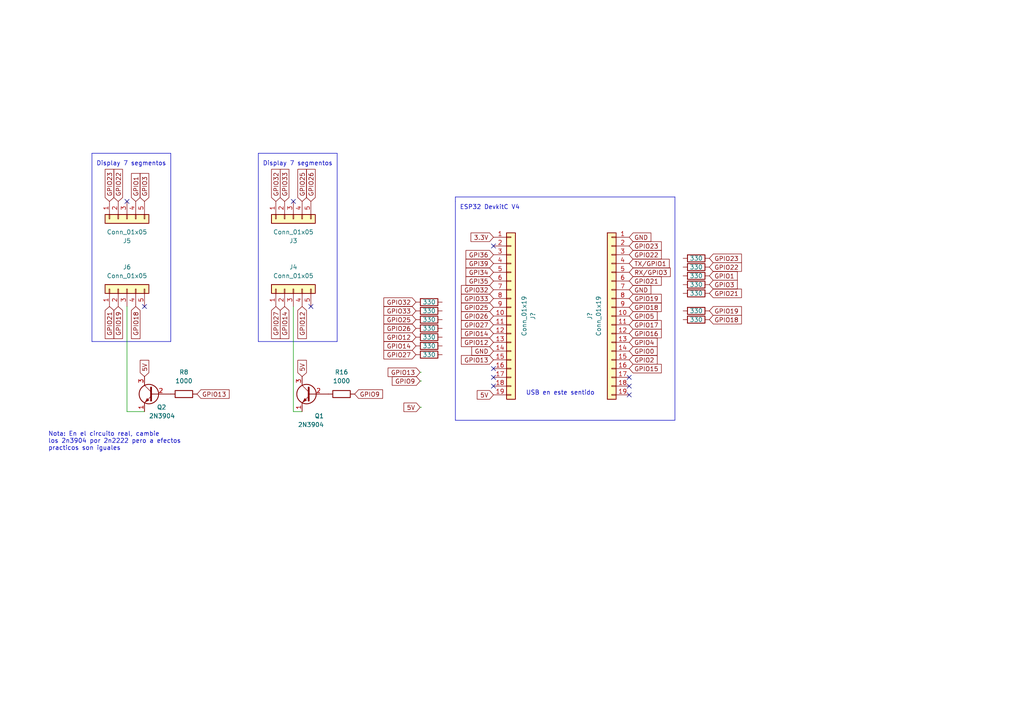
<source format=kicad_sch>
(kicad_sch (version 20230121) (generator eeschema)
  (paper "A4")
  (lib_symbols
    (symbol "Connector_Generic:Conn_01x05" (pin_names (offset 1.016) hide)
      (property "Reference" "J" (at 0 7.62 0))
      (property "Value" "Conn_01x05" (at 0 -7.62 0))
      (symbol "Conn_01x05_1_1"
        (rectangle (start -1.27 -4.953) (end 0 -5.207) (stroke (width 0.1524)))
        (rectangle (start -1.27 -2.413) (end 0 -2.667) (stroke (width 0.1524)))
        (rectangle (start -1.27 0.127) (end 0 -0.127) (stroke (width 0.1524)))
        (rectangle (start -1.27 2.667) (end 0 2.413) (stroke (width 0.1524)))
        (rectangle (start -1.27 5.207) (end 0 4.953) (stroke (width 0.1524)))
        (rectangle (start -1.27 6.35) (end 1.27 -6.35) (stroke (width 0.254)) (fill (type background)))
        (pin passive line (at -5.08 5.08 0) (length 3.81) (name "Pin_1") (number "1"))
        (pin passive line (at -5.08 2.54 0) (length 3.81) (name "Pin_2") (number "2"))
        (pin passive line (at -5.08 0 0) (length 3.81) (name "Pin_3") (number "3"))
        (pin passive line (at -5.08 -2.54 0) (length 3.81) (name "Pin_4") (number "4"))
        (pin passive line (at -5.08 -5.08 0) (length 3.81) (name "Pin_5") (number "5"))
      )
    )
    (symbol "Connector_Generic:Conn_01x19" (pin_names (offset 1.016) hide)
      (property "Reference" "J" (at 0 25.4 0))
      (property "Value" "Conn_01x19" (at 0 -25.4 0))
      (symbol "Conn_01x19_1_1"
        (rectangle (start -1.27 -22.733) (end 0 -22.987) (stroke (width 0.1524)))
        (rectangle (start -1.27 -20.193) (end 0 -20.447) (stroke (width 0.1524)))
        (rectangle (start -1.27 -17.653) (end 0 -17.907) (stroke (width 0.1524)))
        (rectangle (start -1.27 -15.113) (end 0 -15.367) (stroke (width 0.1524)))
        (rectangle (start -1.27 -12.573) (end 0 -12.827) (stroke (width 0.1524)))
        (rectangle (start -1.27 -10.033) (end 0 -10.287) (stroke (width 0.1524)))
        (rectangle (start -1.27 -7.493) (end 0 -7.747) (stroke (width 0.1524)))
        (rectangle (start -1.27 -4.953) (end 0 -5.207) (stroke (width 0.1524)))
        (rectangle (start -1.27 -2.413) (end 0 -2.667) (stroke (width 0.1524)))
        (rectangle (start -1.27 0.127) (end 0 -0.127) (stroke (width 0.1524)))
        (rectangle (start -1.27 2.667) (end 0 2.413) (stroke (width 0.1524)))
        (rectangle (start -1.27 5.207) (end 0 4.953) (stroke (width 0.1524)))
        (rectangle (start -1.27 7.747) (end 0 7.493) (stroke (width 0.1524)))
        (rectangle (start -1.27 10.287) (end 0 10.033) (stroke (width 0.1524)))
        (rectangle (start -1.27 12.827) (end 0 12.573) (stroke (width 0.1524)))
        (rectangle (start -1.27 15.367) (end 0 15.113) (stroke (width 0.1524)))
        (rectangle (start -1.27 17.907) (end 0 17.653) (stroke (width 0.1524)))
        (rectangle (start -1.27 20.447) (end 0 20.193) (stroke (width 0.1524)))
        (rectangle (start -1.27 22.987) (end 0 22.733) (stroke (width 0.1524)))
        (rectangle (start -1.27 24.13) (end 1.27 -24.13) (stroke (width 0.254)) (fill (type background)))
        (pin passive line (at -5.08 22.86 0) (length 3.81) (name "Pin_1") (number "1"))
        (pin passive line (at -5.08 0 0) (length 3.81) (name "Pin_10") (number "10"))
        (pin passive line (at -5.08 -2.54 0) (length 3.81) (name "Pin_11") (number "11"))
        (pin passive line (at -5.08 -5.08 0) (length 3.81) (name "Pin_12") (number "12"))
        (pin passive line (at -5.08 -7.62 0) (length 3.81) (name "Pin_13") (number "13"))
        (pin passive line (at -5.08 -10.16 0) (length 3.81) (name "Pin_14") (number "14"))
        (pin passive line (at -5.08 -12.7 0) (length 3.81) (name "Pin_15") (number "15"))
        (pin passive line (at -5.08 -15.24 0) (length 3.81) (name "Pin_16") (number "16"))
        (pin passive line (at -5.08 -17.78 0) (length 3.81) (name "Pin_17") (number "17"))
        (pin passive line (at -5.08 -20.32 0) (length 3.81) (name "Pin_18") (number "18"))
        (pin passive line (at -5.08 -22.86 0) (length 3.81) (name "Pin_19") (number "19"))
        (pin passive line (at -5.08 20.32 0) (length 3.81) (name "Pin_2") (number "2"))
        (pin passive line (at -5.08 17.78 0) (length 3.81) (name "Pin_3") (number "3"))
        (pin passive line (at -5.08 15.24 0) (length 3.81) (name "Pin_4") (number "4"))
        (pin passive line (at -5.08 12.7 0) (length 3.81) (name "Pin_5") (number "5"))
        (pin passive line (at -5.08 10.16 0) (length 3.81) (name "Pin_6") (number "6"))
        (pin passive line (at -5.08 7.62 0) (length 3.81) (name "Pin_7") (number "7"))
        (pin passive line (at -5.08 5.08 0) (length 3.81) (name "Pin_8") (number "8"))
        (pin passive line (at -5.08 2.54 0) (length 3.81) (name "Pin_9") (number "9"))
      )
    )
    (symbol "Device:R" (pin_numbers hide) (pin_names (offset 0))
      (property "Reference" "R" (at 2.032 0 90))
      (property "Value" "R" (at 0 0 90))
      (symbol "R_0_1"
        (rectangle (start -1.016 -2.54) (end 1.016 2.54) (stroke (width 0.254)))
      )
      (symbol "R_1_1"
        (pin passive line (at 0 3.81 270) (length 1.27) (name "~") (number "1"))
        (pin passive line (at 0 -3.81 90) (length 1.27) (name "~") (number "2"))
      )
    )
    (symbol "Transistor_BJT:2N3904" (pin_names (offset 0) hide)
      (property "Reference" "Q" (at 5.08 1.905 0))
      (property "Value" "2N3904" (at 5.08 0 0))
      (symbol "2N3904_0_1"
        (polyline (pts (xy 0.635 0.635) (xy 2.54 2.54)))
        (polyline (pts (xy 0.635 -0.635) (xy 2.54 -2.54) (xy 2.54 -2.54)))
        (polyline (pts (xy 0.635 1.905) (xy 0.635 -1.905) (xy 0.635 -1.905)) (stroke (width 0.508)))
        (polyline (pts (xy 1.27 -1.778) (xy 1.778 -1.27) (xy 2.286 -2.286) (xy 1.27 -1.778) (xy 1.27 -1.778)) (fill (type outline)))
        (circle (center 1.27 0) (radius 2.8194) (stroke (width 0.254)))
      )
      (symbol "2N3904_1_1"
        (pin passive line (at 2.54 -5.08 90) (length 2.54) (name "E") (number "1"))
        (pin passive line (at -5.08 0 0) (length 5.715) (name "B") (number "2"))
        (pin passive line (at 2.54 5.08 270) (length 2.54) (name "C") (number "3"))
      )
    )
  )
  (no_connect (at 143.129 106.9086))
  (no_connect (at 143.129 111.9886))
  (no_connect (at 143.129 109.4486))
  (no_connect (at 90.17 88.9))
  (no_connect (at 85.09 58.42))
  (no_connect (at 182.499 111.9886))
  (no_connect (at 182.499 109.4486))
  (no_connect (at 182.499 114.5286))
  (no_connect (at 36.83 58.42))
  (no_connect (at 41.91 88.9))
  (no_connect (at 143.129 71.3486))
  (wire (pts (xy 122.2248 118.1354) (xy 122.2248 118.11)))
  (wire (pts (xy 121.8692 110.5154) (xy 122.1994 110.5154)))
  (wire (pts (xy 121.8692 118.1354) (xy 122.2248 118.1354)))
  (polyline (pts (xy 26.67 44.45) (xy 49.53 44.45)))
  (polyline (pts (xy 26.67 99.06) (xy 49.53 99.06)))
  (wire (pts (xy 36.83 88.9) (xy 36.83 119.38)))
  (wire (pts (xy 122.1994 110.5154) (xy 122.1994 110.49)))
  (polyline (pts (xy 195.7578 121.8946) (xy 195.7578 57.1246)))
  (polyline (pts (xy 74.93 44.45) (xy 97.79 44.45)))
  (wire (pts (xy 87.63 119.38) (xy 85.09 119.38)))
  (polyline (pts (xy 74.93 44.45) (xy 74.93 99.06)))
  (polyline (pts (xy 97.79 99.06) (xy 97.79 44.45)))
  (polyline (pts (xy 74.93 99.06) (xy 97.79 99.06)))
  (polyline (pts (xy 132.08 58.42) (xy 132.08 121.92)))
  (polyline (pts (xy 195.7578 57.1246) (xy 132.08 57.1246)))
  (polyline (pts (xy 132.08 121.8946) (xy 195.7578 121.8946)))
  (polyline (pts (xy 49.53 99.06) (xy 49.53 44.45)))
  (wire (pts (xy 122.174 107.9754) (xy 122.174 107.95)))
  (polyline (pts (xy 132.08 57.15) (xy 132.08 58.42)))
  (wire (pts (xy 121.8692 107.9754) (xy 122.174 107.9754)))
  (wire (pts (xy 85.09 88.9) (xy 85.09 119.38)))
  (wire (pts (xy 36.83 119.38) (xy 41.91 119.38)))
  (polyline (pts (xy 26.67 44.45) (xy 26.67 99.06)))
  (text "ESP32 DevkitC V4" (at 133.35 60.96 0) (effects (font (size 1.27 1.27)) (justify left bottom)))
  (text "Display 7 segmentos" (at 76.2 48.26 0) (effects (font (size 1.27 1.27)) (justify left bottom)))
  (text "Nota: En el circuito real, cambie\nlos 2n3904 por 2n2222 pero a efectos\npracticos son iguales" (at 13.97 130.81 0) (effects (font (size 1.27 1.27)) (justify left bottom)))
  (text "USB en este sentido" (at 152.527 114.7826 0) (effects (font (size 1.27 1.27)) (justify left bottom)))
  (text "Display 7 segmentos" (at 27.94 48.26 0) (effects (font (size 1.27 1.27)) (justify left bottom)))
  (global_label "GPIO13" (shape input) (at 143.129 104.3686 180) (property "Intersheetrefs" "${INTERSHEET_REFS}" (effects hide)))
  (global_label "GPIO23" (shape input) (at 31.75 58.42 90) (property "Intersheetrefs" "${INTERSHEET_REFS}" (effects hide)))
  (global_label "GPIO16" (shape input) (at 182.499 96.7486 0) (property "Intersheetrefs" "${INTERSHEET_REFS}" (effects hide)))
  (global_label "GPIO25" (shape input) (at 87.63 58.42 90) (property "Intersheetrefs" "${INTERSHEET_REFS}" (effects hide)))
  (global_label "GPIO26" (shape input) (at 120.65 95.25 180) (property "Intersheetrefs" "${INTERSHEET_REFS}" (effects hide)))
  (global_label "GPIO25" (shape input) (at 143.129 89.1286 180) (property "Intersheetrefs" "${INTERSHEET_REFS}" (effects hide)))
  (global_label "GND" (shape input) (at 143.129 101.8286 180) (property "Intersheetrefs" "${INTERSHEET_REFS}" (effects hide)))
  (global_label "GPIO33" (shape input) (at 120.65 90.17 180) (property "Intersheetrefs" "${INTERSHEET_REFS}" (effects hide)))
  (global_label "GPIO32" (shape input) (at 80.01 58.42 90) (property "Intersheetrefs" "${INTERSHEET_REFS}" (effects hide)))
  (global_label "GPIO0" (shape input) (at 182.499 101.8286 0) (property "Intersheetrefs" "${INTERSHEET_REFS}" (effects hide)))
  (global_label "GPIO12" (shape input) (at 143.129 99.2886 180) (property "Intersheetrefs" "${INTERSHEET_REFS}" (effects hide)))
  (global_label "GPIO15" (shape input) (at 182.499 106.9086 0) (property "Intersheetrefs" "${INTERSHEET_REFS}" (effects hide)))
  (global_label "GPIO14" (shape input) (at 82.55 88.9 270) (property "Intersheetrefs" "${INTERSHEET_REFS}" (effects hide)))
  (global_label "GPIO32" (shape input) (at 120.65 87.63 180) (property "Intersheetrefs" "${INTERSHEET_REFS}" (effects hide)))
  (global_label "GPIO21" (shape input) (at 31.75 88.9 270) (property "Intersheetrefs" "${INTERSHEET_REFS}" (effects hide)))
  (global_label "GPIO9" (shape input) (at 102.87 114.3 0) (property "Intersheetrefs" "${INTERSHEET_REFS}" (effects hide)))
  (global_label "GPI39" (shape input) (at 143.129 76.4286 180) (property "Intersheetrefs" "${INTERSHEET_REFS}" (effects hide)))
  (global_label "3.3V" (shape input) (at 143.129 68.8086 180) (property "Intersheetrefs" "${INTERSHEET_REFS}" (effects hide)))
  (global_label "GPIO23" (shape input) (at 182.499 71.3486 0) (property "Intersheetrefs" "${INTERSHEET_REFS}" (effects hide)))
  (global_label "GPI36" (shape input) (at 143.129 73.8886 180) (property "Intersheetrefs" "${INTERSHEET_REFS}" (effects hide)))
  (global_label "GPIO18" (shape input) (at 205.74 92.71 0) (property "Intersheetrefs" "${INTERSHEET_REFS}" (effects hide)))
  (global_label "GPIO19" (shape input) (at 34.29 88.9 270) (property "Intersheetrefs" "${INTERSHEET_REFS}" (effects hide)))
  (global_label "GPIO27" (shape input) (at 143.129 94.2086 180) (property "Intersheetrefs" "${INTERSHEET_REFS}" (effects hide)))
  (global_label "GPIO25" (shape input) (at 120.65 92.71 180) (property "Intersheetrefs" "${INTERSHEET_REFS}" (effects hide)))
  (global_label "5V" (shape input) (at 41.91 109.22 90) (property "Intersheetrefs" "${INTERSHEET_REFS}" (effects hide)))
  (global_label "GPIO22" (shape input) (at 205.74 77.47 0) (property "Intersheetrefs" "${INTERSHEET_REFS}" (effects hide)))
  (global_label "GPIO32" (shape input) (at 143.129 84.0486 180) (property "Intersheetrefs" "${INTERSHEET_REFS}" (effects hide)))
  (global_label "GPI35" (shape input) (at 143.129 81.5086 180) (property "Intersheetrefs" "${INTERSHEET_REFS}" (effects hide)))
  (global_label "GPIO12" (shape input) (at 120.65 97.79 180) (property "Intersheetrefs" "${INTERSHEET_REFS}" (effects hide)))
  (global_label "GPIO9" (shape input) (at 121.8692 110.5154 180) (property "Intersheetrefs" "${INTERSHEET_REFS}" (effects hide)))
  (global_label "GND" (shape input) (at 182.499 84.0486 0) (property "Intersheetrefs" "${INTERSHEET_REFS}" (effects hide)))
  (global_label "GPIO33" (shape input) (at 82.55 58.42 90) (property "Intersheetrefs" "${INTERSHEET_REFS}" (effects hide)))
  (global_label "GPIO21" (shape input) (at 182.499 81.5086 0) (property "Intersheetrefs" "${INTERSHEET_REFS}" (effects hide)))
  (global_label "5V" (shape input) (at 143.129 114.5286 180) (property "Intersheetrefs" "${INTERSHEET_REFS}" (effects hide)))
  (global_label "GPIO17" (shape input) (at 182.499 94.2086 0) (property "Intersheetrefs" "${INTERSHEET_REFS}" (effects hide)))
  (global_label "GPIO19" (shape input) (at 182.499 86.5886 0) (property "Intersheetrefs" "${INTERSHEET_REFS}" (effects hide)))
  (global_label "GPIO5" (shape input) (at 182.499 91.6686 0) (property "Intersheetrefs" "${INTERSHEET_REFS}" (effects hide)))
  (global_label "GPIO13" (shape input) (at 57.15 114.3 0) (property "Intersheetrefs" "${INTERSHEET_REFS}" (effects hide)))
  (global_label "GPIO22" (shape input) (at 182.499 73.8886 0) (property "Intersheetrefs" "${INTERSHEET_REFS}" (effects hide)))
  (global_label "GPIO12" (shape input) (at 87.63 88.9 270) (property "Intersheetrefs" "${INTERSHEET_REFS}" (effects hide)))
  (global_label "GPIO14" (shape input) (at 120.65 100.33 180) (property "Intersheetrefs" "${INTERSHEET_REFS}" (effects hide)))
  (global_label "GPIO23" (shape input) (at 205.74 74.93 0) (property "Intersheetrefs" "${INTERSHEET_REFS}" (effects hide)))
  (global_label "GPIO33" (shape input) (at 143.129 86.5886 180) (property "Intersheetrefs" "${INTERSHEET_REFS}" (effects hide)))
  (global_label "GPIO14" (shape input) (at 143.129 96.7486 180) (property "Intersheetrefs" "${INTERSHEET_REFS}" (effects hide)))
  (global_label "RX{slash}GPIO3" (shape input) (at 182.499 78.9686 0) (property "Intersheetrefs" "${INTERSHEET_REFS}" (effects hide)))
  (global_label "TX{slash}GPIO1" (shape input) (at 182.499 76.4286 0) (property "Intersheetrefs" "${INTERSHEET_REFS}" (effects hide)))
  (global_label "GPIO26" (shape input) (at 143.129 91.6686 180) (property "Intersheetrefs" "${INTERSHEET_REFS}" (effects hide)))
  (global_label "GPIO3" (shape input) (at 41.91 58.42 90) (property "Intersheetrefs" "${INTERSHEET_REFS}" (effects hide)))
  (global_label "GPIO22" (shape input) (at 34.29 58.42 90) (property "Intersheetrefs" "${INTERSHEET_REFS}" (effects hide)))
  (global_label "GPIO18" (shape input) (at 39.37 88.9 270) (property "Intersheetrefs" "${INTERSHEET_REFS}" (effects hide)))
  (global_label "5V" (shape input) (at 121.8692 118.1354 180) (property "Intersheetrefs" "${INTERSHEET_REFS}" (effects hide)))
  (global_label "GPIO2" (shape input) (at 182.499 104.3686 0) (property "Intersheetrefs" "${INTERSHEET_REFS}" (effects hide)))
  (global_label "GPI34" (shape input) (at 143.129 78.9686 180) (property "Intersheetrefs" "${INTERSHEET_REFS}" (effects hide)))
  (global_label "GPIO27" (shape input) (at 120.65 102.87 180) (property "Intersheetrefs" "${INTERSHEET_REFS}" (effects hide)))
  (global_label "GPIO19" (shape input) (at 205.74 90.17 0) (property "Intersheetrefs" "${INTERSHEET_REFS}" (effects hide)))
  (global_label "GPIO27" (shape input) (at 80.01 88.9 270) (property "Intersheetrefs" "${INTERSHEET_REFS}" (effects hide)))
  (global_label "GPIO21" (shape input) (at 205.74 85.09 0) (property "Intersheetrefs" "${INTERSHEET_REFS}" (effects hide)))
  (global_label "GPIO26" (shape input) (at 90.17 58.42 90) (property "Intersheetrefs" "${INTERSHEET_REFS}" (effects hide)))
  (global_label "GPIO13" (shape input) (at 121.8692 107.9754 180) (property "Intersheetrefs" "${INTERSHEET_REFS}" (effects hide)))
  (global_label "GPIO1" (shape input) (at 39.37 58.42 90) (property "Intersheetrefs" "${INTERSHEET_REFS}" (effects hide)))
  (global_label "GND" (shape input) (at 182.499 68.8086 0) (property "Intersheetrefs" "${INTERSHEET_REFS}" (effects hide)))
  (global_label "5V" (shape input) (at 87.63 109.22 90) (property "Intersheetrefs" "${INTERSHEET_REFS}" (effects hide)))
  (global_label "GPIO18" (shape input) (at 182.499 89.1286 0) (property "Intersheetrefs" "${INTERSHEET_REFS}" (effects hide)))
  (global_label "GPIO3" (shape input) (at 205.74 82.55 0) (property "Intersheetrefs" "${INTERSHEET_REFS}" (effects hide)))
  (global_label "GPIO4" (shape input) (at 182.499 99.2886 0) (property "Intersheetrefs" "${INTERSHEET_REFS}" (effects hide)))
  (global_label "GPIO1" (shape input) (at 205.74 80.01 0) (property "Intersheetrefs" "${INTERSHEET_REFS}" (effects hide)))
  (symbol (lib_id "Device:R") (at 201.93 74.93 90) (unit 1)
    (property "Reference" "R7" (effects hide))
    (property "Value" "330" (at 201.93 74.93 90))
    (property "Footprint" "Resistor_THT:R_Axial_DIN0207_L6.3mm_D2.5mm_P2.54mm_Vertical" (effects hide))
  )
  (symbol (lib_id "Device:R") (at 124.46 102.87 90) (mirror x) (unit 1)
    (property "Reference" "R5" (effects hide))
    (property "Value" "330" (at 124.46 102.87 90))
    (property "Footprint" "Resistor_THT:R_Axial_DIN0207_L6.3mm_D2.5mm_P2.54mm_Vertical" (effects hide))
  )
  (symbol (lib_id "Device:R") (at 124.46 95.25 90) (unit 1)
    (property "Reference" "R4" (effects hide))
    (property "Value" "330" (at 124.46 95.25 90))
    (property "Footprint" "Resistor_THT:R_Axial_DIN0207_L6.3mm_D2.5mm_P2.54mm_Vertical" (effects hide))
  )
  (symbol (lib_id "Device:R") (at 124.46 92.71 90) (unit 1)
    (property "Reference" "R3" (effects hide))
    (property "Value" "330" (at 124.46 92.71 90))
    (property "Footprint" "Resistor_THT:R_Axial_DIN0207_L6.3mm_D2.5mm_P2.54mm_Vertical" (effects hide))
  )
  (symbol (lib_id "Device:R") (at 201.93 92.71 90) (unit 1)
    (property "Reference" "R14" (effects hide))
    (property "Value" "330" (at 201.93 92.71 90))
    (property "Footprint" "Resistor_THT:R_Axial_DIN0207_L6.3mm_D2.5mm_P2.54mm_Vertical" (effects hide))
  )
  (symbol (lib_id "Device:R") (at 201.93 82.55 90) (unit 1)
    (property "Reference" "R11" (effects hide))
    (property "Value" "330" (at 201.93 82.55 90))
    (property "Footprint" "Resistor_THT:R_Axial_DIN0207_L6.3mm_D2.5mm_P2.54mm_Vertical" (effects hide))
  )
  (symbol (lib_id "Device:R") (at 201.93 90.17 90) (unit 1)
    (property "Reference" "R13" (effects hide))
    (property "Value" "330" (at 201.93 90.17 90))
    (property "Footprint" "Resistor_THT:R_Axial_DIN0207_L6.3mm_D2.5mm_P2.54mm_Vertical" (effects hide))
  )
  (symbol (lib_id "Device:R") (at 124.46 97.79 90) (mirror x) (unit 1)
    (property "Reference" "R15" (effects hide))
    (property "Value" "330" (at 124.46 97.79 90))
    (property "Footprint" "Resistor_THT:R_Axial_DIN0207_L6.3mm_D2.5mm_P2.54mm_Vertical" (effects hide))
  )
  (symbol (lib_id "Connector_Generic:Conn_01x05") (at 36.83 83.82 90) (unit 1)
    (property "Reference" "J6" (at 36.83 77.47 90))
    (property "Value" "Conn_01x05" (at 36.83 80.01 90))
    (property "Footprint" "Connector_PinSocket_2.54mm:PinSocket_1x05_P2.54mm_Vertical" (effects hide))
  )
  (symbol (lib_id "Connector_Generic:Conn_01x05") (at 85.09 83.82 90) (unit 1)
    (property "Reference" "J4" (at 85.09 77.47 90))
    (property "Value" "Conn_01x05" (at 85.09 80.01 90))
    (property "Footprint" "Connector_PinSocket_2.54mm:PinSocket_1x05_P2.54mm_Vertical" (effects hide))
  )
  (symbol (lib_id "Transistor_BJT:2N3904") (at 90.17 114.3 0) (mirror y) (unit 1)
    (property "Reference" "Q1" (at 93.98 120.65 0) (effects (justify left)))
    (property "Value" "2N3904" (at 93.98 123.19 0) (effects (justify left)))
    (property "Footprint" "Package_TO_SOT_THT:TO-92_Inline" (effects hide))
    (property "Datasheet" "https://www.onsemi.com/pub/Collateral/2N3903-D.PDF" (effects hide))
  )
  (symbol (lib_id "Connector_Generic:Conn_01x05") (at 36.83 63.5 90) (mirror x) (unit 1)
    (property "Reference" "J5" (at 36.83 69.85 90))
    (property "Value" "Conn_01x05" (at 36.83 67.31 90))
    (property "Footprint" "Connector_PinSocket_2.54mm:PinSocket_1x05_P2.54mm_Vertical" (effects hide))
  )
  (symbol (lib_id "Connector_Generic:Conn_01x19") (at 177.419 91.6686 0) (mirror y) (unit 1)
    (property "Reference" "J?" (at 171.069 91.6686 90))
    (property "Value" "Conn_01x19" (at 173.609 91.6686 90))
  )
  (symbol (lib_id "Connector_Generic:Conn_01x19") (at 148.209 91.6686 0) (unit 1)
    (property "Reference" "J?" (at 154.559 91.6686 90))
    (property "Value" "Conn_01x19" (at 152.019 91.6686 90))
  )
  (symbol (lib_id "Device:R") (at 201.93 80.01 90) (unit 1)
    (property "Reference" "R10" (effects hide))
    (property "Value" "330" (at 201.93 80.01 90))
    (property "Footprint" "Resistor_THT:R_Axial_DIN0207_L6.3mm_D2.5mm_P2.54mm_Vertical" (effects hide))
  )
  (symbol (lib_id "Device:R") (at 201.93 85.09 90) (unit 1)
    (property "Reference" "R12" (effects hide))
    (property "Value" "330" (at 201.93 85.09 90))
    (property "Footprint" "Resistor_THT:R_Axial_DIN0207_L6.3mm_D2.5mm_P2.54mm_Vertical" (effects hide))
  )
  (symbol (lib_id "Device:R") (at 124.46 90.17 90) (unit 1)
    (property "Reference" "R2" (effects hide))
    (property "Value" "330" (at 124.46 90.17 90))
    (property "Footprint" "Resistor_THT:R_Axial_DIN0207_L6.3mm_D2.5mm_P2.54mm_Vertical" (effects hide))
  )
  (symbol (lib_id "Device:R") (at 124.46 87.63 90) (unit 1)
    (property "Reference" "R1" (effects hide))
    (property "Value" "330" (at 124.46 87.63 90))
    (property "Footprint" "Resistor_THT:R_Axial_DIN0207_L6.3mm_D2.5mm_P2.54mm_Vertical" (effects hide))
  )
  (symbol (lib_id "Device:R") (at 201.93 77.47 90) (unit 1)
    (property "Reference" "R9" (effects hide))
    (property "Value" "330" (at 201.93 77.47 90))
    (property "Footprint" "Resistor_THT:R_Axial_DIN0207_L6.3mm_D2.5mm_P2.54mm_Vertical" (effects hide))
  )
  (symbol (lib_id "Transistor_BJT:2N3904") (at 44.45 114.3 0) (mirror y) (unit 1)
    (property "Reference" "Q2" (at 48.26 118.11 0) (effects (justify left)))
    (property "Value" "2N3904" (at 50.8 120.65 0) (effects (justify left)))
    (property "Footprint" "Package_TO_SOT_THT:TO-92_Inline" (effects hide))
    (property "Datasheet" "https://www.onsemi.com/pub/Collateral/2N3903-D.PDF" (effects hide))
  )
  (symbol (lib_id "Device:R") (at 124.46 100.33 90) (mirror x) (unit 1)
    (property "Reference" "R6" (effects hide))
    (property "Value" "330" (at 124.46 100.33 90))
    (property "Footprint" "Resistor_THT:R_Axial_DIN0207_L6.3mm_D2.5mm_P2.54mm_Vertical" (effects hide))
  )
  (symbol (lib_id "Device:R") (at 99.06 114.3 90) (unit 1)
    (property "Reference" "R16" (at 99.06 107.95 90))
    (property "Value" "1000" (at 99.06 110.49 90))
    (property "Footprint" "Resistor_THT:R_Axial_DIN0207_L6.3mm_D2.5mm_P2.54mm_Vertical" (effects hide))
  )
  (symbol (lib_id "Connector_Generic:Conn_01x05") (at 85.09 63.5 90) (mirror x) (unit 1)
    (property "Reference" "J3" (at 85.09 69.85 90))
    (property "Value" "Conn_01x05" (at 85.09 67.31 90))
    (property "Footprint" "Connector_PinSocket_2.54mm:PinSocket_1x05_P2.54mm_Vertical" (effects hide))
  )
  (symbol (lib_id "Device:R") (at 53.34 114.3 90) (unit 1)
    (property "Reference" "R8" (at 53.34 107.95 90))
    (property "Value" "1000" (at 53.34 110.49 90))
    (property "Footprint" "Resistor_THT:R_Axial_DIN0207_L6.3mm_D2.5mm_P2.54mm_Vertical" (effects hide))
  )
)
</source>
